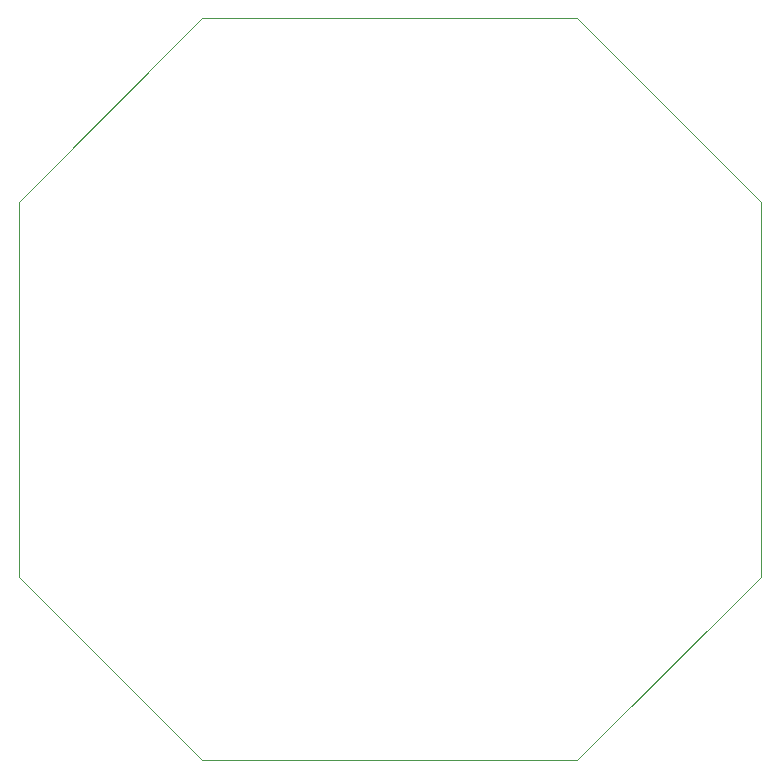
<source format=gbr>
%TF.GenerationSoftware,KiCad,Pcbnew,8.0.1*%
%TF.CreationDate,2024-04-11T10:52:21-07:00*%
%TF.ProjectId,TMC2240_RP2040,544d4332-3234-4305-9f52-50323034302e,rev?*%
%TF.SameCoordinates,Original*%
%TF.FileFunction,Profile,NP*%
%FSLAX46Y46*%
G04 Gerber Fmt 4.6, Leading zero omitted, Abs format (unit mm)*
G04 Created by KiCad (PCBNEW 8.0.1) date 2024-04-11 10:52:21*
%MOMM*%
%LPD*%
G01*
G04 APERTURE LIST*
%TA.AperFunction,Profile*%
%ADD10C,0.050000*%
%TD*%
G04 APERTURE END LIST*
D10*
X94000000Y-120000000D02*
X94000000Y-151750000D01*
X141275000Y-104475000D02*
X156800000Y-120000000D01*
X109525000Y-104475000D02*
X141275000Y-104475000D01*
X94000000Y-120000000D02*
X109525000Y-104475000D01*
X141275000Y-167275000D02*
X156800000Y-151750000D01*
X109525000Y-167275000D02*
X94000000Y-151750000D01*
X156800000Y-120000000D02*
X156800000Y-151750000D01*
X109525000Y-167275000D02*
X141275000Y-167275000D01*
M02*

</source>
